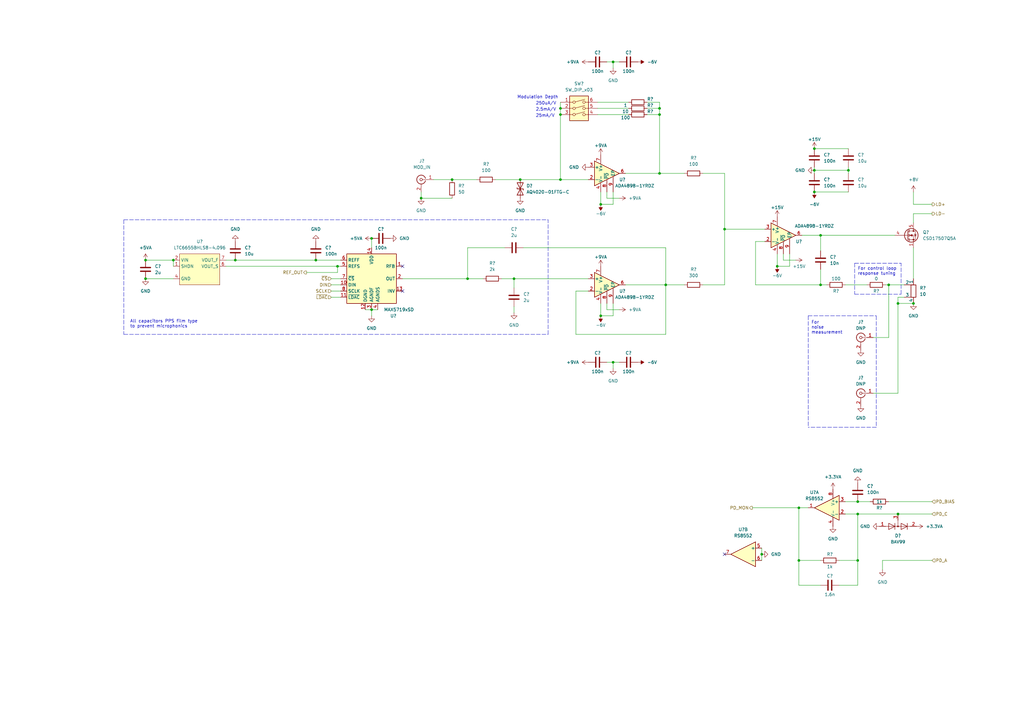
<source format=kicad_sch>
(kicad_sch (version 20211123) (generator eeschema)
  (paper "A3")
  (lib_symbols
    (symbol "Amplifier_Operational:ADA4898-1YRDZ" (pin_names (offset 0.127))
      (property "Reference" "U" (at 3.81 3.81 0))
      (property "Value" "ADA4898-1YRDZ" (at 11.43 -2.54 0))
      (symbol "ADA4898-1YRDZ_1_1"
        (polyline (pts (xy -5.08 5.08) (xy 5.08 0) (xy -5.08 -5.08) (xy -5.08 5.08)) (stroke (width 0.254)) (fill (type background)))
        (pin input line (at -7.62 -2.54 0) (length 2.54) (name "-") (number "2"))
        (pin input line (at -7.62 2.54 0) (length 2.54) (name "+") (number "3"))
        (pin power_in line (at -2.54 -7.62 90) (length 3.81) (name "V-") (number "4"))
        (pin output line (at 7.62 0 180) (length 2.54) (name "~") (number "6"))
        (pin power_in line (at -2.54 7.62 270) (length 3.81) (name "V+") (number "7"))
        (pin input line (at 0 -7.62 90) (length 5.08) (name "~{PD}") (number "8"))
        (pin passive line (at 2.54 -7.62 90) (length 6.35) (name "EP") (number "9"))
      )
    )
    (symbol "Analog_DAC:MAX5719xSD"
      (property "Reference" "U" (at -10.16 11.43 0))
      (property "Value" "MAX5719xSD" (at 1.27 11.43 0))
      (symbol "MAX5719xSD_0_1"
        (rectangle (start -10.16 10.16) (end 10.16 -10.16) (stroke (width 0.254)) (fill (type background)))
      )
      (symbol "MAX5719xSD_1_1"
        (pin passive line (at 12.7 5.08 180) (length 2.54) (name "RFB") (number "1"))
        (pin input line (at -12.7 -2.54 0) (length 2.54) (name "DIN") (number "10"))
        (pin input line (at -12.7 -7.62 0) (length 2.54) (name "~{LDAC}") (number "11"))
        (pin power_in line (at -2.54 -12.7 90) (length 2.54) (name "DGND") (number "12"))
        (pin passive line (at 12.7 -5.08 180) (length 2.54) (name "INV") (number "13"))
        (pin power_in line (at 0 12.7 270) (length 2.54) (name "VDD") (number "14"))
        (pin output line (at 12.7 0 180) (length 2.54) (name "OUT") (number "2"))
        (pin power_in line (at 0 -12.7 90) (length 2.54) (name "AGNDF") (number "3"))
        (pin power_in line (at 2.54 -12.7 90) (length 2.54) (name "AGNDS") (number "4"))
        (pin input line (at -12.7 5.08 0) (length 2.54) (name "REFS") (number "5"))
        (pin input line (at -12.7 7.62 0) (length 2.54) (name "REFF") (number "6"))
        (pin input line (at -12.7 0 0) (length 2.54) (name "~{CS}") (number "7"))
        (pin input line (at -12.7 -5.08 0) (length 2.54) (name "SCLK") (number "8"))
        (pin no_connect line (at 10.16 -7.62 180) (length 2.54) hide (name "NC") (number "9"))
      )
    )
    (symbol "Connector:Conn_Coaxial" (pin_names (offset 1.016) hide)
      (property "Reference" "J" (at 0.254 3.048 0))
      (property "Value" "Conn_Coaxial" (at 2.921 0 90))
      (symbol "Conn_Coaxial_0_1"
        (arc (start -1.778 -0.508) (mid 0.222 -1.808) (end 1.778 0) (stroke (width 0.254)))
        (polyline (pts (xy -2.54 0) (xy -0.508 0)))
        (polyline (pts (xy 0 -2.54) (xy 0 -1.778)))
        (circle (center 0 0) (radius 0.508) (stroke (width 0.2032)))
        (arc (start 1.778 0) (mid 0.2221 1.8083) (end -1.778 0.508) (stroke (width 0.254)))
      )
      (symbol "Conn_Coaxial_1_1"
        (pin passive line (at -5.08 0 0) (length 2.54) (name "In") (number "1"))
        (pin passive line (at 0 -5.08 90) (length 2.54) (name "Ext") (number "2"))
      )
    )
    (symbol "Device:C" (pin_numbers hide) (pin_names (offset 0.254))
      (property "Reference" "C" (at 0.635 2.54 0))
      (property "Value" "C" (at 0.635 -2.54 0))
      (symbol "C_0_1"
        (polyline (pts (xy -2.032 -0.762) (xy 2.032 -0.762)) (stroke (width 0.508)))
        (polyline (pts (xy -2.032 0.762) (xy 2.032 0.762)) (stroke (width 0.508)))
      )
      (symbol "C_1_1"
        (pin passive line (at 0 3.81 270) (length 2.794) (name "~") (number "1"))
        (pin passive line (at 0 -3.81 90) (length 2.794) (name "~") (number "2"))
      )
    )
    (symbol "Device:D_TVS" (pin_numbers hide) (pin_names (offset 1.016) hide)
      (property "Reference" "D" (at 0 2.54 0))
      (property "Value" "D_TVS" (at 0 -2.54 0))
      (symbol "D_TVS_0_1"
        (polyline (pts (xy 1.27 0) (xy -1.27 0)))
        (polyline (pts (xy 0.508 1.27) (xy 0 1.27) (xy 0 -1.27) (xy -0.508 -1.27)) (stroke (width 0.254)))
        (polyline (pts (xy -2.54 1.27) (xy -2.54 -1.27) (xy 2.54 1.27) (xy 2.54 -1.27) (xy -2.54 1.27)) (stroke (width 0.254)))
      )
      (symbol "D_TVS_1_1"
        (pin passive line (at -3.81 0 0) (length 2.54) (name "A1") (number "1"))
        (pin passive line (at 3.81 0 180) (length 2.54) (name "A2") (number "2"))
      )
    )
    (symbol "Device:R" (pin_numbers hide) (pin_names (offset 0))
      (property "Reference" "R" (at 2.032 0 90))
      (property "Value" "R" (at 0 0 90))
      (symbol "R_0_1"
        (rectangle (start -1.016 -2.54) (end 1.016 2.54) (stroke (width 0.254)))
      )
      (symbol "R_1_1"
        (pin passive line (at 0 3.81 270) (length 1.27) (name "~") (number "1"))
        (pin passive line (at 0 -3.81 90) (length 1.27) (name "~") (number "2"))
      )
    )
    (symbol "Device:R_Shunt" (pin_numbers hide) (pin_names (offset 0))
      (property "Reference" "R" (at -4.445 0 90))
      (property "Value" "R_Shunt" (at -2.54 0 90))
      (symbol "R_Shunt_0_1"
        (rectangle (start -1.016 -2.54) (end 1.016 2.54) (stroke (width 0.254)))
        (polyline (pts (xy 0 -2.54) (xy 1.27 -2.54)))
        (polyline (pts (xy 1.27 2.54) (xy 0 2.54)))
      )
      (symbol "R_Shunt_1_1"
        (pin passive line (at 0 5.08 270) (length 2.54) (name "1") (number "1"))
        (pin passive line (at 3.81 2.54 180) (length 2.54) (name "2") (number "2"))
        (pin passive line (at 3.81 -2.54 180) (length 2.54) (name "3") (number "3"))
        (pin passive line (at 0 -5.08 90) (length 2.54) (name "4") (number "4"))
      )
    )
    (symbol "Diode:BAV99" (pin_names hide)
      (property "Reference" "D" (at 0 5.08 0))
      (property "Value" "BAV99" (at 0 2.54 0))
      (symbol "BAV99_0_1"
        (polyline (pts (xy -5.08 0) (xy 5.08 0)))
      )
      (symbol "BAV99_1_1"
        (polyline (pts (xy 0 0) (xy 0 -2.54)))
        (polyline (pts (xy -1.27 -1.27) (xy -1.27 1.27) (xy -1.27 1.27)) (stroke (width 0.2032)))
        (polyline (pts (xy 3.81 1.27) (xy 3.81 -1.27) (xy 3.81 -1.27)) (stroke (width 0.2032)))
        (polyline (pts (xy -3.81 1.27) (xy -1.27 0) (xy -3.81 -1.27) (xy -3.81 1.27) (xy -3.81 1.27) (xy -3.81 1.27)) (stroke (width 0.2032)))
        (polyline (pts (xy 1.27 1.27) (xy 3.81 0) (xy 1.27 -1.27) (xy 1.27 1.27) (xy 1.27 1.27) (xy 1.27 1.27)) (stroke (width 0.2032)))
        (circle (center 0 0) (radius 0.254) (fill (type outline)))
        (pin passive line (at -7.62 0 0) (length 2.54) (name "K") (number "1"))
        (pin passive line (at 7.62 0 180) (length 2.54) (name "A") (number "2"))
        (pin passive line (at 0 -5.08 90) (length 2.54) (name "K") (number "3"))
      )
    )
    (symbol "Switch:SW_DIP_x03" (pin_names (offset 0) hide)
      (property "Reference" "SW" (at 0 8.89 0))
      (property "Value" "SW_DIP_x03" (at 0 -3.81 0))
      (symbol "SW_DIP_x03_0_0"
        (circle (center -2.032 0) (radius 0.508))
        (circle (center -2.032 2.54) (radius 0.508))
        (circle (center -2.032 5.08) (radius 0.508))
        (polyline (pts (xy -1.524 0.127) (xy 2.3622 1.1684)))
        (polyline (pts (xy -1.524 2.667) (xy 2.3622 3.7084)))
        (polyline (pts (xy -1.524 5.207) (xy 2.3622 6.2484)))
        (circle (center 2.032 0) (radius 0.508))
        (circle (center 2.032 2.54) (radius 0.508))
        (circle (center 2.032 5.08) (radius 0.508))
      )
      (symbol "SW_DIP_x03_0_1"
        (rectangle (start -3.81 7.62) (end 3.81 -2.54) (stroke (width 0.254)) (fill (type background)))
      )
      (symbol "SW_DIP_x03_1_1"
        (pin passive line (at -7.62 5.08 0) (length 5.08) (name "~") (number "1"))
        (pin passive line (at -7.62 2.54 0) (length 5.08) (name "~") (number "2"))
        (pin passive line (at -7.62 0 0) (length 5.08) (name "~") (number "3"))
        (pin passive line (at 7.62 0 180) (length 5.08) (name "~") (number "4"))
        (pin passive line (at 7.62 2.54 180) (length 5.08) (name "~") (number "5"))
        (pin passive line (at 7.62 5.08 180) (length 5.08) (name "~") (number "6"))
      )
    )
    (symbol "Transistor_FET:CSD17507Q5A" (pin_names hide)
      (property "Reference" "Q" (at 5.08 1.905 0))
      (property "Value" "CSD17507Q5A" (at 5.08 0 0))
      (symbol "CSD17507Q5A_0_1"
        (polyline (pts (xy 0.254 0) (xy -2.54 0)))
        (polyline (pts (xy 0.254 1.905) (xy 0.254 -1.905)) (stroke (width 0.254)))
        (polyline (pts (xy 0.762 -1.27) (xy 0.762 -2.286)) (stroke (width 0.254)))
        (polyline (pts (xy 0.762 0.508) (xy 0.762 -0.508)) (stroke (width 0.254)))
        (polyline (pts (xy 0.762 2.286) (xy 0.762 1.27)) (stroke (width 0.254)))
        (polyline (pts (xy 2.54 2.54) (xy 2.54 1.778)))
        (polyline (pts (xy 2.54 -2.54) (xy 2.54 0) (xy 0.762 0)))
        (polyline (pts (xy 0.762 -1.778) (xy 3.302 -1.778) (xy 3.302 1.778) (xy 0.762 1.778)))
        (polyline (pts (xy 1.016 0) (xy 2.032 0.381) (xy 2.032 -0.381) (xy 1.016 0)) (fill (type outline)))
        (polyline (pts (xy 2.794 0.508) (xy 2.921 0.381) (xy 3.683 0.381) (xy 3.81 0.254)))
        (polyline (pts (xy 3.302 0.381) (xy 2.921 -0.254) (xy 3.683 -0.254) (xy 3.302 0.381)))
        (circle (center 1.651 0) (radius 2.794) (stroke (width 0.254)))
        (circle (center 2.54 -1.778) (radius 0.254) (fill (type outline)))
        (circle (center 2.54 1.778) (radius 0.254) (fill (type outline)))
      )
      (symbol "CSD17507Q5A_1_1"
        (pin passive line (at 2.54 -5.08 90) (length 2.54) (name "S") (number "1"))
        (pin passive line (at 2.54 -5.08 90) (length 2.54) hide (name "S") (number "2"))
        (pin passive line (at 2.54 -5.08 90) (length 2.54) hide (name "S") (number "3"))
        (pin passive line (at -5.08 0 0) (length 2.54) (name "G") (number "4"))
        (pin passive line (at 2.54 5.08 270) (length 2.54) (name "D") (number "5"))
      )
    )
    (symbol "kirdy:LTC6655"
      (property "Reference" "U" (at 0 -10.16 0))
      (property "Value" "LTC6655" (at 0 -7.62 0))
      (symbol "LTC6655_0_0"
        (pin input line (at -10.16 2.54 0) (length 2.54) (name "SHDN") (number "1"))
        (pin power_in line (at -10.16 5.08 0) (length 2.54) (name "VIN") (number "2"))
        (pin power_in line (at -10.16 -2.54 0) (length 2.54) hide (name "GND") (number "3"))
        (pin power_in line (at -10.16 -2.54 0) (length 2.54) (name "GND") (number "4"))
        (pin power_in line (at -10.16 -2.54 0) (length 2.54) hide (name "GND") (number "5"))
        (pin input line (at 11.43 2.54 180) (length 2.54) (name "VOUT_S") (number "6"))
        (pin output line (at 11.43 5.08 180) (length 2.54) (name "VOUT_F") (number "7"))
        (pin power_in line (at -10.16 -2.54 0) (length 2.54) hide (name "GND") (number "8"))
      )
      (symbol "LTC6655_0_1"
        (rectangle (start -7.62 7.62) (end 8.89 -5.08) (fill (type background)))
      )
    )
    (symbol "kirdy:RS8552" (pin_names (offset 0.127))
      (property "Reference" "U" (at 0 5.08 0))
      (property "Value" "RS8552" (at 0 -5.08 0))
      (symbol "RS8552_1_1"
        (polyline (pts (xy -5.08 5.08) (xy 5.08 0) (xy -5.08 -5.08) (xy -5.08 5.08)) (stroke (width 0.254)) (fill (type background)))
        (pin output line (at 7.62 0 180) (length 2.54) (name "~") (number "1"))
        (pin input line (at -7.62 -2.54 0) (length 2.54) (name "-") (number "2"))
        (pin input line (at -7.62 2.54 0) (length 2.54) (name "+") (number "3"))
      )
      (symbol "RS8552_2_1"
        (polyline (pts (xy -5.08 5.08) (xy 5.08 0) (xy -5.08 -5.08) (xy -5.08 5.08)) (stroke (width 0.254)) (fill (type background)))
        (pin input line (at -7.62 2.54 0) (length 2.54) (name "+") (number "5"))
        (pin input line (at -7.62 -2.54 0) (length 2.54) (name "-") (number "6"))
        (pin output line (at 7.62 0 180) (length 2.54) (name "~") (number "7"))
      )
      (symbol "RS8552_3_1"
        (pin power_in line (at -2.54 -7.62 90) (length 3.81) (name "V-") (number "4"))
        (pin power_in line (at -2.54 7.62 270) (length 3.81) (name "V+") (number "8"))
      )
    )
    (symbol "power:+15V" (power) (pin_names (offset 0))
      (property "Value" "+15V" (at 0 3.556 0))
      (symbol "+15V_0_1"
        (polyline (pts (xy -0.762 1.27) (xy 0 2.54)))
        (polyline (pts (xy 0 0) (xy 0 2.54)))
        (polyline (pts (xy 0 2.54) (xy 0.762 1.27)))
      )
      (symbol "+15V_1_1"
        (pin power_in line (at 0 0 90) (length 0) hide (name "+15V") (number "1"))
      )
    )
    (symbol "power:+3.3VA" (power) (pin_names (offset 0))
      (property "Value" "+3.3VA" (at 0 3.556 0))
      (symbol "+3.3VA_0_1"
        (polyline (pts (xy -0.762 1.27) (xy 0 2.54)))
        (polyline (pts (xy 0 0) (xy 0 2.54)))
        (polyline (pts (xy 0 2.54) (xy 0.762 1.27)))
      )
      (symbol "+3.3VA_1_1"
        (pin power_in line (at 0 0 90) (length 0) hide (name "+3.3VA") (number "1"))
      )
    )
    (symbol "power:+5VA" (power) (pin_names (offset 0))
      (property "Value" "+5VA" (at 0 3.556 0))
      (symbol "+5VA_0_1"
        (polyline (pts (xy -0.762 1.27) (xy 0 2.54)))
        (polyline (pts (xy 0 0) (xy 0 2.54)))
        (polyline (pts (xy 0 2.54) (xy 0.762 1.27)))
      )
      (symbol "+5VA_1_1"
        (pin power_in line (at 0 0 90) (length 0) hide (name "+5VA") (number "1"))
      )
    )
    (symbol "power:+8V" (power) (pin_names (offset 0))
      (property "Value" "+8V" (at 0 3.556 0))
      (symbol "+8V_0_1"
        (polyline (pts (xy -0.762 1.27) (xy 0 2.54)))
        (polyline (pts (xy 0 0) (xy 0 2.54)))
        (polyline (pts (xy 0 2.54) (xy 0.762 1.27)))
      )
      (symbol "+8V_1_1"
        (pin power_in line (at 0 0 90) (length 0) hide (name "+8V") (number "1"))
      )
    )
    (symbol "power:+9VA" (power) (pin_names (offset 0))
      (property "Value" "+9VA" (at 0 3.81 0))
      (symbol "+9VA_0_1"
        (polyline (pts (xy -0.762 1.27) (xy 0 2.54)))
        (polyline (pts (xy 0 0) (xy 0 2.54)))
        (polyline (pts (xy 0 2.54) (xy 0.762 1.27)))
      )
      (symbol "+9VA_1_1"
        (pin power_in line (at 0 0 90) (length 0) hide (name "+9VA") (number "1"))
      )
    )
    (symbol "power:-6V" (power) (pin_names (offset 0))
      (property "Value" "-6V" (at 0 3.81 0))
      (symbol "-6V_0_0"
        (pin power_in line (at 0 0 90) (length 0) hide (name "-6V") (number "1"))
      )
      (symbol "-6V_0_1"
        (polyline (pts (xy 0 0) (xy 0 1.27) (xy 0.762 1.27) (xy 0 2.54) (xy -0.762 1.27) (xy 0 1.27)) (fill (type outline)))
      )
    )
    (symbol "power:GND" (power) (pin_names (offset 0))
      (property "Value" "GND" (at 0 -3.81 0))
      (symbol "GND_0_1"
        (polyline (pts (xy 0 0) (xy 0 -1.27) (xy 1.27 -1.27) (xy 0 -2.54) (xy -1.27 -1.27) (xy 0 -1.27)))
      )
      (symbol "GND_1_1"
        (pin power_in line (at 0 0 270) (length 0) hide (name "GND") (number "1"))
      )
    )
  )
  (junction (at 229.87 46.99))
  (junction (at 270.51 71.12))
  (junction (at 318.77 109.22))
  (junction (at 229.87 44.45))
  (junction (at 334.01 69.85))
  (junction (at 351.79 205.74))
  (junction (at 138.43 109.22))
  (junction (at 152.4 97.79))
  (junction (at 336.55 96.52))
  (junction (at 251.46 25.4))
  (junction (at 213.36 73.66))
  (junction (at 351.79 229.87))
  (junction (at 364.49 116.84))
  (junction (at 251.46 148.59))
  (junction (at 334.01 60.96))
  (junction (at 185.42 73.66))
  (junction (at 246.38 129.54))
  (junction (at 273.05 116.84))
  (junction (at 246.38 83.82))
  (junction (at 129.54 106.68))
  (junction (at 336.55 116.84))
  (junction (at 191.77 114.3))
  (junction (at 327.66 208.28))
  (junction (at 312.42 227.33))
  (junction (at 351.79 210.82))
  (junction (at 210.82 114.3))
  (junction (at 96.52 106.68))
  (junction (at 347.98 69.85))
  (junction (at 71.12 106.68))
  (junction (at 374.65 124.46))
  (junction (at 334.01 78.74))
  (junction (at 270.51 46.99))
  (junction (at 368.3 210.82))
  (junction (at 59.69 114.3))
  (junction (at 327.66 229.87))
  (junction (at 368.3 124.46))
  (junction (at 152.4 127))
  (junction (at 270.51 44.45))
  (junction (at 172.72 81.28))
  (junction (at 59.69 106.68))
  (junction (at 229.87 73.66))
  (junction (at 297.18 93.98))
  (no_connect (at 165.1 119.38))
  (no_connect (at 297.18 227.33))
  (no_connect (at 165.1 109.22))
  (wire (pts (xy 210.82 125.73) (xy 210.82 128.27)))
  (polyline (pts (xy 331.47 129.54) (xy 331.47 175.26)))
  (wire (pts (xy 308.61 208.28) (xy 327.66 208.28)))
  (wire (pts (xy 71.12 106.68) (xy 71.12 109.22)))
  (wire (pts (xy 172.72 81.28) (xy 185.42 81.28)))
  (wire (pts (xy 273.05 116.84) (xy 280.67 116.84)))
  (wire (pts (xy 368.3 210.82) (xy 382.27 210.82)))
  (wire (pts (xy 364.49 116.84) (xy 370.84 116.84)))
  (wire (pts (xy 336.55 96.52) (xy 367.03 96.52)))
  (wire (pts (xy 351.79 229.87) (xy 351.79 210.82)))
  (wire (pts (xy 334.01 69.85) (xy 334.01 71.12)))
  (wire (pts (xy 374.65 91.44) (xy 374.65 87.63)))
  (wire (pts (xy 214.63 101.6) (xy 273.05 101.6)))
  (wire (pts (xy 172.72 81.28) (xy 172.72 78.74)))
  (wire (pts (xy 125.73 111.76) (xy 138.43 111.76)))
  (wire (pts (xy 336.55 96.52) (xy 336.55 102.87)))
  (wire (pts (xy 328.93 96.52) (xy 336.55 96.52)))
  (wire (pts (xy 248.92 127) (xy 254 127)))
  (wire (pts (xy 213.36 73.66) (xy 229.87 73.66)))
  (wire (pts (xy 288.29 116.84) (xy 297.18 116.84)))
  (wire (pts (xy 185.42 73.66) (xy 195.58 73.66)))
  (wire (pts (xy 177.8 73.66) (xy 185.42 73.66)))
  (polyline (pts (xy 350.52 120.65) (xy 369.57 120.65)))
  (wire (pts (xy 135.89 119.38) (xy 139.7 119.38)))
  (wire (pts (xy 270.51 41.91) (xy 270.51 44.45)))
  (wire (pts (xy 270.51 46.99) (xy 270.51 71.12)))
  (wire (pts (xy 203.2 73.66) (xy 213.36 73.66)))
  (wire (pts (xy 358.14 138.43) (xy 364.49 138.43)))
  (wire (pts (xy 361.95 229.87) (xy 382.27 229.87)))
  (wire (pts (xy 368.3 161.29) (xy 358.14 161.29)))
  (wire (pts (xy 321.31 106.68) (xy 326.39 106.68)))
  (polyline (pts (xy 350.52 107.95) (xy 369.57 107.95)))
  (wire (pts (xy 368.3 121.92) (xy 368.3 124.46)))
  (wire (pts (xy 327.66 229.87) (xy 327.66 208.28)))
  (wire (pts (xy 96.52 106.68) (xy 129.54 106.68)))
  (wire (pts (xy 135.89 116.84) (xy 139.7 116.84)))
  (wire (pts (xy 270.51 71.12) (xy 280.67 71.12)))
  (wire (pts (xy 138.43 111.76) (xy 138.43 109.22)))
  (wire (pts (xy 251.46 25.4) (xy 251.46 27.94)))
  (wire (pts (xy 265.43 46.99) (xy 270.51 46.99)))
  (polyline (pts (xy 331.47 129.54) (xy 359.41 129.54)))
  (wire (pts (xy 135.89 114.3) (xy 139.7 114.3)))
  (wire (pts (xy 210.82 114.3) (xy 241.3 114.3)))
  (wire (pts (xy 256.54 116.84) (xy 273.05 116.84)))
  (wire (pts (xy 368.3 124.46) (xy 368.3 161.29)))
  (wire (pts (xy 205.74 114.3) (xy 210.82 114.3)))
  (wire (pts (xy 245.11 46.99) (xy 257.81 46.99)))
  (wire (pts (xy 273.05 137.16) (xy 273.05 116.84)))
  (wire (pts (xy 336.55 240.03) (xy 327.66 240.03)))
  (wire (pts (xy 374.65 87.63) (xy 382.27 87.63)))
  (wire (pts (xy 138.43 109.22) (xy 139.7 109.22)))
  (wire (pts (xy 347.98 69.85) (xy 334.01 69.85)))
  (wire (pts (xy 251.46 25.4) (xy 254 25.4)))
  (wire (pts (xy 92.71 109.22) (xy 138.43 109.22)))
  (wire (pts (xy 236.22 119.38) (xy 236.22 137.16)))
  (wire (pts (xy 251.46 83.82) (xy 251.46 78.74)))
  (wire (pts (xy 246.38 78.74) (xy 246.38 83.82)))
  (wire (pts (xy 251.46 129.54) (xy 251.46 124.46)))
  (wire (pts (xy 191.77 101.6) (xy 191.77 114.3)))
  (wire (pts (xy 207.01 101.6) (xy 191.77 101.6)))
  (polyline (pts (xy 50.8 90.17) (xy 224.79 90.17)))
  (wire (pts (xy 265.43 41.91) (xy 270.51 41.91)))
  (wire (pts (xy 361.95 233.68) (xy 361.95 229.87)))
  (wire (pts (xy 251.46 148.59) (xy 254 148.59)))
  (wire (pts (xy 297.18 93.98) (xy 313.69 93.98)))
  (wire (pts (xy 248.92 78.74) (xy 248.92 81.28)))
  (wire (pts (xy 246.38 83.82) (xy 251.46 83.82)))
  (wire (pts (xy 248.92 148.59) (xy 251.46 148.59)))
  (wire (pts (xy 297.18 71.12) (xy 297.18 93.98)))
  (wire (pts (xy 318.77 109.22) (xy 323.85 109.22)))
  (wire (pts (xy 248.92 25.4) (xy 251.46 25.4)))
  (polyline (pts (xy 369.57 120.65) (xy 369.57 107.95)))
  (wire (pts (xy 368.3 121.92) (xy 370.84 121.92)))
  (wire (pts (xy 344.17 229.87) (xy 351.79 229.87)))
  (wire (pts (xy 92.71 106.68) (xy 96.52 106.68)))
  (wire (pts (xy 364.49 138.43) (xy 364.49 116.84)))
  (wire (pts (xy 236.22 137.16) (xy 273.05 137.16)))
  (wire (pts (xy 346.71 116.84) (xy 355.6 116.84)))
  (wire (pts (xy 248.92 124.46) (xy 248.92 127)))
  (wire (pts (xy 165.1 114.3) (xy 191.77 114.3)))
  (wire (pts (xy 364.49 205.74) (xy 382.27 205.74)))
  (wire (pts (xy 363.22 116.84) (xy 364.49 116.84)))
  (wire (pts (xy 256.54 71.12) (xy 270.51 71.12)))
  (wire (pts (xy 288.29 71.12) (xy 297.18 71.12)))
  (wire (pts (xy 265.43 44.45) (xy 270.51 44.45)))
  (wire (pts (xy 59.69 106.68) (xy 71.12 106.68)))
  (wire (pts (xy 59.69 114.3) (xy 71.12 114.3)))
  (wire (pts (xy 346.71 205.74) (xy 351.79 205.74)))
  (wire (pts (xy 229.87 41.91) (xy 229.87 44.45)))
  (wire (pts (xy 246.38 129.54) (xy 251.46 129.54)))
  (wire (pts (xy 318.77 104.14) (xy 318.77 109.22)))
  (polyline (pts (xy 359.41 175.26) (xy 331.47 175.26)))
  (polyline (pts (xy 50.8 90.17) (xy 50.8 137.16)))
  (wire (pts (xy 309.88 116.84) (xy 309.88 99.06)))
  (wire (pts (xy 327.66 240.03) (xy 327.66 229.87)))
  (wire (pts (xy 152.4 97.79) (xy 152.4 101.6)))
  (wire (pts (xy 321.31 104.14) (xy 321.31 106.68)))
  (wire (pts (xy 327.66 229.87) (xy 336.55 229.87)))
  (polyline (pts (xy 350.52 107.95) (xy 350.52 120.65)))
  (wire (pts (xy 351.79 205.74) (xy 356.87 205.74)))
  (wire (pts (xy 312.42 224.79) (xy 312.42 227.33)))
  (wire (pts (xy 374.65 83.82) (xy 382.27 83.82)))
  (wire (pts (xy 336.55 116.84) (xy 309.88 116.84)))
  (wire (pts (xy 297.18 116.84) (xy 297.18 93.98)))
  (polyline (pts (xy 359.41 129.54) (xy 359.41 175.26)))
  (wire (pts (xy 229.87 44.45) (xy 229.87 46.99)))
  (wire (pts (xy 149.86 127) (xy 152.4 127)))
  (wire (pts (xy 312.42 227.33) (xy 312.42 229.87)))
  (wire (pts (xy 135.89 121.92) (xy 139.7 121.92)))
  (wire (pts (xy 191.77 114.3) (xy 198.12 114.3)))
  (wire (pts (xy 248.92 81.28) (xy 254 81.28)))
  (polyline (pts (xy 50.8 137.16) (xy 224.79 137.16)))
  (wire (pts (xy 129.54 106.68) (xy 139.7 106.68)))
  (wire (pts (xy 344.17 240.03) (xy 351.79 240.03)))
  (wire (pts (xy 246.38 124.46) (xy 246.38 129.54)))
  (wire (pts (xy 346.71 210.82) (xy 351.79 210.82)))
  (wire (pts (xy 351.79 240.03) (xy 351.79 229.87)))
  (wire (pts (xy 229.87 46.99) (xy 229.87 73.66)))
  (wire (pts (xy 245.11 44.45) (xy 257.81 44.45)))
  (wire (pts (xy 327.66 208.28) (xy 331.47 208.28)))
  (wire (pts (xy 347.98 68.58) (xy 347.98 69.85)))
  (wire (pts (xy 374.65 78.74) (xy 374.65 83.82)))
  (wire (pts (xy 152.4 127) (xy 152.4 129.54)))
  (wire (pts (xy 273.05 101.6) (xy 273.05 116.84)))
  (wire (pts (xy 347.98 69.85) (xy 347.98 71.12)))
  (wire (pts (xy 210.82 114.3) (xy 210.82 118.11)))
  (wire (pts (xy 368.3 124.46) (xy 374.65 124.46)))
  (wire (pts (xy 241.3 119.38) (xy 236.22 119.38)))
  (wire (pts (xy 334.01 68.58) (xy 334.01 69.85)))
  (wire (pts (xy 334.01 60.96) (xy 347.98 60.96)))
  (wire (pts (xy 351.79 210.82) (xy 368.3 210.82)))
  (wire (pts (xy 336.55 116.84) (xy 339.09 116.84)))
  (wire (pts (xy 334.01 78.74) (xy 347.98 78.74)))
  (wire (pts (xy 374.65 101.6) (xy 374.65 114.3)))
  (wire (pts (xy 323.85 109.22) (xy 323.85 104.14)))
  (wire (pts (xy 229.87 73.66) (xy 241.3 73.66)))
  (wire (pts (xy 336.55 110.49) (xy 336.55 116.84)))
  (wire (pts (xy 251.46 148.59) (xy 251.46 151.13)))
  (polyline (pts (xy 224.79 137.16) (xy 224.79 90.17)))
  (wire (pts (xy 245.11 41.91) (xy 257.81 41.91)))
  (wire (pts (xy 270.51 44.45) (xy 270.51 46.99)))
  (wire (pts (xy 152.4 127) (xy 154.94 127)))
  (wire (pts (xy 309.88 99.06) (xy 313.69 99.06)))
  (text "250uA/V" (at 219.71 43.18 0) (effects (font (size 1.27 1.27)) (justify left bottom)))
  (text "All capacitors PPS film type\nto prevent microphonics " (at 53.34 134.62 0) (effects (font (size 1.27 1.27)) (justify left bottom)))
  (text "For\nnoise\nmeasurement" (at 332.74 137.16 0) (effects (font (size 1.27 1.27)) (justify left bottom)))
  (text "2.5mA/V" (at 219.71 45.72 0) (effects (font (size 1.27 1.27)) (justify left bottom)))
  (text "For control loop\nresponse tuning" (at 351.79 113.03 0) (effects (font (size 1.27 1.27)) (justify left bottom)))
  (text "25mA/V" (at 219.71 48.26 0) (effects (font (size 1.27 1.27)) (justify left bottom)))
  (text "Modulation Depth" (at 212.09 40.64 0) (effects (font (size 1.27 1.27)) (justify left bottom)))
  (hierarchical_label "~{LDAC}" (shape input) (at 135.89 121.92 180))
  (hierarchical_label "PD_BIAS" (shape input) (at 382.27 205.74 0))
  (hierarchical_label "LD+" (shape output) (at 382.27 83.82 0))
  (hierarchical_label "SCLK" (shape input) (at 135.89 119.38 180))
  (hierarchical_label "REF_OUT" (shape output) (at 125.73 111.76 180))
  (hierarchical_label "PD_MON" (shape output) (at 308.61 208.28 180))
  (hierarchical_label "PD_C" (shape input) (at 382.27 210.82 0))
  (hierarchical_label "PD_A" (shape input) (at 382.27 229.87 0))
  (hierarchical_label "DIN" (shape input) (at 135.89 116.84 180))
  (hierarchical_label "LD-" (shape output) (at 382.27 87.63 0))
  (hierarchical_label "~{CS}" (shape input) (at 135.89 114.3 180))
  (symbol (lib_id "Device:R") (at 261.62 46.99 90) (unit 1)
    (property "Reference" "R?" (at 266.7 45.72 90))
    (property "Value" "100" (at 256.54 48.26 90))
  )
  (symbol (lib_id "Device:C") (at 351.79 201.93 0) (unit 1)
    (property "Reference" "C?" (at 355.6 199.39 0) (effects (justify left)))
    (property "Value" "100n" (at 355.6 201.93 0) (effects (justify left)))
  )
  (symbol (lib_id "Diode:BAV99") (at 368.3 215.9 0) (mirror x) (unit 1)
    (property "Reference" "D?" (at 368.3 219.71 0))
    (property "Value" "BAV99" (at 368.3 222.25 0))
    (property "Footprint" "Package_TO_SOT_SMD:SOT-23" (effects hide))
    (property "Datasheet" "https://assets.nexperia.com/documents/data-sheet/BAV99_SER.pdf" (effects hide))
  )
  (symbol (lib_id "power:GND") (at 360.68 215.9 270) (unit 1)
    (property "Reference" "#PWR?" (effects hide))
    (property "Value" "GND" (at 356.87 215.8999 90) (effects (justify right)))
  )
  (symbol (lib_id "Connector:Conn_Coaxial") (at 353.06 161.29 0) (mirror y) (unit 1)
    (property "Reference" "J?" (at 353.06 154.94 0))
    (property "Value" "DNP" (at 353.06 157.48 0))
    (property "Datasheet" " ~" (effects hide))
  )
  (symbol (lib_id "power:-6V") (at 261.62 25.4 270) (unit 1)
    (property "Reference" "#PWR?" (effects hide))
    (property "Value" "-6V" (at 265.43 25.3999 90) (effects (justify left)))
  )
  (symbol (lib_id "Device:C") (at 210.82 101.6 90) (unit 1)
    (property "Reference" "C?" (at 210.82 93.98 90))
    (property "Value" "2u" (at 210.82 96.52 90))
  )
  (symbol (lib_id "power:+15V") (at 334.01 60.96 0) (unit 1)
    (property "Reference" "#PWR?" (effects hide))
    (property "Value" "+15V" (at 334.01 57.15 0))
  )
  (symbol (lib_id "Device:R") (at 359.41 116.84 90) (unit 1)
    (property "Reference" "R?" (at 359.41 119.38 90))
    (property "Value" "0" (at 359.41 114.3 90))
  )
  (symbol (lib_id "power:-6V") (at 261.62 148.59 270) (unit 1)
    (property "Reference" "#PWR?" (effects hide))
    (property "Value" "-6V" (at 265.43 148.5899 90) (effects (justify left)))
  )
  (symbol (lib_id "Device:C") (at 257.81 25.4 90) (unit 1)
    (property "Reference" "C?" (at 257.81 21.59 90))
    (property "Value" "100n" (at 257.81 29.21 90))
  )
  (symbol (lib_id "power:GND") (at 351.79 198.12 180) (unit 1)
    (property "Reference" "#PWR?" (effects hide))
    (property "Value" "GND" (at 351.79 193.04 0))
  )
  (symbol (lib_id "power:+5VA") (at 59.69 106.68 0) (unit 1)
    (property "Reference" "#PWR?" (effects hide))
    (property "Value" "+5VA" (at 59.69 101.6 0))
  )
  (symbol (lib_id "Device:C") (at 347.98 74.93 0) (unit 1)
    (property "Reference" "C?" (at 351.79 73.6599 0) (effects (justify left)))
    (property "Value" "10u" (at 351.79 76.1999 0) (effects (justify left)))
  )
  (symbol (lib_id "Device:C") (at 96.52 102.87 0) (unit 1)
    (property "Reference" "C?" (at 100.33 101.5999 0) (effects (justify left)))
    (property "Value" "10u" (at 100.33 104.1399 0) (effects (justify left)))
  )
  (symbol (lib_id "Device:R") (at 342.9 116.84 90) (unit 1)
    (property "Reference" "R?" (at 342.9 119.38 90))
    (property "Value" "100" (at 342.9 114.3 90))
  )
  (symbol (lib_id "power:GND") (at 152.4 129.54 0) (unit 1)
    (property "Reference" "#PWR?" (effects hide))
    (property "Value" "GND" (at 152.4 134.62 0))
  )
  (symbol (lib_id "Amplifier_Operational:ADA4898-1YRDZ") (at 321.31 96.52 0) (unit 1)
    (property "Reference" "U?" (at 327.66 99.06 0))
    (property "Value" "ADA4898-1YRDZ" (at 334.01 92.71 0))
    (property "Footprint" "Package_SO:SOIC-8-1EP_3.9x4.9mm_P1.27mm_EP2.29x3mm" (effects hide))
    (property "Datasheet" "https://www.analog.com/media/en/technical-documentation/data-sheets/ada4898-1_4898-2.pdf" (effects hide))
  )
  (symbol (lib_id "Device:C") (at 336.55 106.68 0) (unit 1)
    (property "Reference" "C?" (at 340.36 105.4099 0) (effects (justify left)))
    (property "Value" "10n" (at 340.36 107.9499 0) (effects (justify left)))
  )
  (symbol (lib_id "Device:R") (at 284.48 116.84 90) (unit 1)
    (property "Reference" "R?" (at 284.48 110.49 90))
    (property "Value" "300" (at 284.48 113.03 90))
  )
  (symbol (lib_id "power:GND") (at 160.02 97.79 90) (unit 1)
    (property "Reference" "#PWR?" (effects hide))
    (property "Value" "GND" (at 163.83 97.7899 90) (effects (justify right)))
  )
  (symbol (lib_id "power:GND") (at 59.69 114.3 0) (unit 1)
    (property "Reference" "#PWR?" (effects hide))
    (property "Value" "GND" (at 59.69 119.38 0))
  )
  (symbol (lib_id "kirdy:RS8552") (at 304.8 227.33 0) (mirror y) (unit 2)
    (property "Reference" "U?" (at 304.8 217.17 0))
    (property "Value" "RS8552" (at 304.8 219.71 0))
    (property "Footprint" "Package_SO:SOIC-8_3.9x4.9mm_P1.27mm" (effects hide))
    (property "Datasheet" "https://datasheet.lcsc.com/lcsc/2010160333_Jiangsu-RUNIC-Tech-RS8554XP_C236997.pdf" (effects hide))
  )
  (symbol (lib_id "kirdy:RS8552") (at 339.09 208.28 0) (mirror y) (unit 1)
    (property "Reference" "U?" (at 334.01 201.93 0))
    (property "Value" "RS8552" (at 334.01 204.47 0))
    (property "Footprint" "Package_SO:SOIC-8_3.9x4.9mm_P1.27mm" (effects hide))
    (property "Datasheet" "https://datasheet.lcsc.com/lcsc/2010160333_Jiangsu-RUNIC-Tech-RS8554XP_C236997.pdf" (effects hide))
  )
  (symbol (lib_id "power:GND") (at 96.52 99.06 180) (unit 1)
    (property "Reference" "#PWR?" (effects hide))
    (property "Value" "GND" (at 96.52 93.98 0))
  )
  (symbol (lib_id "Device:C") (at 340.36 240.03 90) (unit 1)
    (property "Reference" "C?" (at 340.36 236.22 90))
    (property "Value" "1.6n" (at 340.36 243.84 90))
  )
  (symbol (lib_id "Device:R") (at 360.68 205.74 90) (unit 1)
    (property "Reference" "R?" (at 360.68 208.28 90))
    (property "Value" "1k" (at 360.68 205.74 90))
  )
  (symbol (lib_id "Switch:SW_DIP_x03") (at 237.49 46.99 0) (unit 1)
    (property "Reference" "SW?" (at 237.49 34.29 0))
    (property "Value" "SW_DIP_x03" (at 237.49 36.83 0))
  )
  (symbol (lib_id "Amplifier_Operational:ADA4898-1YRDZ") (at 248.92 116.84 0) (unit 1)
    (property "Reference" "U?" (at 255.27 119.38 0))
    (property "Value" "ADA4898-1YRDZ" (at 260.35 121.92 0))
    (property "Footprint" "Package_SO:SOIC-8-1EP_3.9x4.9mm_P1.27mm_EP2.29x3mm" (effects hide))
    (property "Datasheet" "https://www.analog.com/media/en/technical-documentation/data-sheets/ada4898-1_4898-2.pdf" (effects hide))
  )
  (symbol (lib_id "power:GND") (at 341.63 215.9 0) (unit 1)
    (property "Reference" "#PWR?" (effects hide))
    (property "Value" "GND" (at 341.63 220.98 0))
  )
  (symbol (lib_id "power:GND") (at 334.01 69.85 270) (unit 1)
    (property "Reference" "#PWR?" (effects hide))
    (property "Value" "GND" (at 330.2 69.8499 90) (effects (justify right)))
  )
  (symbol (lib_id "power:GND") (at 353.06 166.37 0) (unit 1)
    (property "Reference" "#PWR?" (effects hide))
    (property "Value" "GND" (at 353.06 171.45 0))
  )
  (symbol (lib_id "Device:C") (at 334.01 74.93 0) (unit 1)
    (property "Reference" "C?" (at 337.82 73.6599 0) (effects (justify left)))
    (property "Value" "100n" (at 337.82 76.1999 0) (effects (justify left)))
  )
  (symbol (lib_id "power:GND") (at 210.82 128.27 0) (unit 1)
    (property "Reference" "#PWR?" (effects hide))
    (property "Value" "GND" (at 210.82 133.35 0))
  )
  (symbol (lib_id "Device:R") (at 201.93 114.3 90) (unit 1)
    (property "Reference" "R?" (at 201.93 107.95 90))
    (property "Value" "2k" (at 201.93 110.49 90))
  )
  (symbol (lib_id "Device:C") (at 257.81 148.59 90) (unit 1)
    (property "Reference" "C?" (at 257.81 144.78 90))
    (property "Value" "100n" (at 257.81 152.4 90))
  )
  (symbol (lib_id "power:+9VA") (at 254 81.28 270) (unit 1)
    (property "Reference" "#PWR?" (effects hide))
    (property "Value" "+9VA" (at 257.81 81.2799 90) (effects (justify left)))
  )
  (symbol (lib_id "Device:R_Shunt") (at 374.65 119.38 0) (mirror y) (unit 1)
    (property "Reference" "R?" (at 377.19 118.1099 0) (effects (justify right)))
    (property "Value" "10" (at 377.19 120.6499 0) (effects (justify right)))
  )
  (symbol (lib_id "kirdy:RS8552") (at 339.09 208.28 0) (mirror y) (unit 3)
    (property "Reference" "U?" (effects hide))
    (property "Value" "RS8552" (effects hide))
    (property "Footprint" "Package_SO:SOIC-8_3.9x4.9mm_P1.27mm" (effects hide))
    (property "Datasheet" "https://datasheet.lcsc.com/lcsc/2010160333_Jiangsu-RUNIC-Tech-RS8554XP_C236997.pdf" (effects hide))
  )
  (symbol (lib_id "power:-6V") (at 246.38 129.54 180) (unit 1)
    (property "Reference" "#PWR?" (effects hide))
    (property "Value" "-6V" (at 246.38 133.35 0))
  )
  (symbol (lib_id "power:GND") (at 241.3 68.58 270) (unit 1)
    (property "Reference" "#PWR?" (effects hide))
    (property "Value" "GND" (at 237.49 68.5799 90) (effects (justify right)))
  )
  (symbol (lib_id "power:+15V") (at 326.39 106.68 270) (unit 1)
    (property "Reference" "#PWR?" (effects hide))
    (property "Value" "+15V" (at 325.12 109.22 90) (effects (justify left)))
  )
  (symbol (lib_id "power:GND") (at 312.42 227.33 90) (unit 1)
    (property "Reference" "#PWR?" (effects hide))
    (property "Value" "GND" (at 316.23 227.3299 90) (effects (justify right)))
  )
  (symbol (lib_id "Device:C") (at 347.98 64.77 0) (unit 1)
    (property "Reference" "C?" (at 351.79 63.4999 0) (effects (justify left)))
    (property "Value" "10u" (at 351.79 66.0399 0) (effects (justify left)))
  )
  (symbol (lib_id "power:+9VA") (at 241.3 25.4 90) (unit 1)
    (property "Reference" "#PWR?" (effects hide))
    (property "Value" "+9VA" (at 237.49 25.3999 90) (effects (justify left)))
  )
  (symbol (lib_id "power:+3.3VA") (at 341.63 200.66 0) (unit 1)
    (property "Reference" "#PWR?" (effects hide))
    (property "Value" "+3.3VA" (at 341.63 195.58 0))
  )
  (symbol (lib_id "power:GND") (at 361.95 233.68 0) (unit 1)
    (property "Reference" "#PWR?" (effects hide))
    (property "Value" "GND" (at 361.95 238.76 0))
  )
  (symbol (lib_id "Device:R") (at 284.48 71.12 90) (unit 1)
    (property "Reference" "R?" (at 284.48 64.77 90))
    (property "Value" "100" (at 284.48 67.31 90))
  )
  (symbol (lib_id "power:+9VA") (at 241.3 148.59 90) (unit 1)
    (property "Reference" "#PWR?" (effects hide))
    (property "Value" "+9VA" (at 237.49 148.5899 90) (effects (justify left)))
  )
  (symbol (lib_id "Device:R") (at 185.42 77.47 0) (unit 1)
    (property "Reference" "R?" (at 187.96 76.1999 0) (effects (justify left)))
    (property "Value" "50" (at 187.96 78.7399 0) (effects (justify left)))
  )
  (symbol (lib_id "power:GND") (at 213.36 81.28 0) (unit 1)
    (property "Reference" "#PWR?" (effects hide))
    (property "Value" "GND" (at 213.36 86.36 0))
  )
  (symbol (lib_id "Device:R") (at 199.39 73.66 90) (unit 1)
    (property "Reference" "R?" (at 199.39 67.31 90))
    (property "Value" "100" (at 199.39 69.85 90))
  )
  (symbol (lib_id "power:+9VA") (at 254 127 270) (unit 1)
    (property "Reference" "#PWR?" (effects hide))
    (property "Value" "+9VA" (at 257.81 126.9999 90) (effects (justify left)))
  )
  (symbol (lib_id "power:GND") (at 374.65 124.46 0) (unit 1)
    (property "Reference" "#PWR?" (effects hide))
    (property "Value" "GND" (at 374.65 129.54 0))
  )
  (symbol (lib_id "power:+3.3VA") (at 375.92 215.9 270) (unit 1)
    (property "Reference" "#PWR?" (effects hide))
    (property "Value" "+3.3VA" (at 379.73 215.8999 90) (effects (justify left)))
  )
  (symbol (lib_id "Device:R") (at 261.62 41.91 90) (unit 1)
    (property "Reference" "R?" (at 266.7 40.64 90))
    (property "Value" "1" (at 256.54 43.18 90))
  )
  (symbol (lib_id "Device:C") (at 59.69 110.49 0) (unit 1)
    (property "Reference" "C?" (at 63.5 109.2199 0) (effects (justify left)))
    (property "Value" "2u" (at 63.5 111.7599 0) (effects (justify left)))
  )
  (symbol (lib_id "power:+8V") (at 374.65 78.74 0) (unit 1)
    (property "Reference" "#PWR?" (effects hide))
    (property "Value" "+8V" (at 374.65 73.66 0))
  )
  (symbol (lib_id "power:GND") (at 251.46 151.13 0) (unit 1)
    (property "Reference" "#PWR?" (effects hide))
    (property "Value" "GND" (at 251.46 156.21 0))
  )
  (symbol (lib_id "Amplifier_Operational:ADA4898-1YRDZ") (at 248.92 71.12 0) (unit 1)
    (property "Reference" "U?" (at 255.27 73.66 0))
    (property "Value" "ADA4898-1YRDZ" (at 260.35 76.2 0))
    (property "Footprint" "Package_SO:SOIC-8-1EP_3.9x4.9mm_P1.27mm_EP2.29x3mm" (effects hide))
    (property "Datasheet" "https://www.analog.com/media/en/technical-documentation/data-sheets/ada4898-1_4898-2.pdf" (effects hide))
  )
  (symbol (lib_id "power:-6V") (at 246.38 83.82 180) (unit 1)
    (property "Reference" "#PWR?" (effects hide))
    (property "Value" "-6V" (at 246.38 87.63 0))
  )
  (symbol (lib_id "power:GND") (at 251.46 27.94 0) (unit 1)
    (property "Reference" "#PWR?" (effects hide))
    (property "Value" "GND" (at 251.46 33.02 0))
  )
  (symbol (lib_id "power:GND") (at 129.54 99.06 180) (unit 1)
    (property "Reference" "#PWR?" (effects hide))
    (property "Value" "GND" (at 129.54 93.98 0))
  )
  (symbol (lib_id "power:GND") (at 172.72 81.28 0) (unit 1)
    (property "Reference" "#PWR?" (effects hide))
    (property "Value" "GND" (at 172.72 86.36 0))
  )
  (symbol (lib_id "Device:C") (at 334.01 64.77 0) (unit 1)
    (property "Reference" "C?" (at 337.82 63.4999 0) (effects (justify left)))
    (property "Value" "100n" (at 337.82 66.0399 0) (effects (justify left)))
  )
  (symbol (lib_id "Device:C") (at 245.11 25.4 90) (unit 1)
    (property "Reference" "C?" (at 245.11 21.59 90))
    (property "Value" "100n" (at 245.11 29.21 90))
  )
  (symbol (lib_id "Transistor_FET:CSD17507Q5A") (at 372.11 96.52 0) (unit 1)
    (property "Reference" "Q?" (at 378.46 95.2499 0) (effects (justify left)))
    (property "Value" "CSD17507Q5A" (at 378.46 97.7899 0) (effects (justify left)))
    (property "Footprint" "Package_TO_SOT_SMD:TDSON-8-1" (effects hide))
    (property "Datasheet" "http://www.ti.com/lit/gpn/csd17507q5a" (effects hide))
  )
  (symbol (lib_id "power:-6V") (at 318.77 109.22 180) (unit 1)
    (property "Reference" "#PWR?" (effects hide))
    (property "Value" "-6V" (at 318.77 113.03 0))
  )
  (symbol (lib_id "Connector:Conn_Coaxial") (at 353.06 138.43 0) (mirror y) (unit 1)
    (property "Reference" "J?" (at 353.06 132.08 0))
    (property "Value" "DNP" (at 353.06 134.62 0))
    (property "Datasheet" " ~" (effects hide))
  )
  (symbol (lib_id "Device:R") (at 340.36 229.87 90) (unit 1)
    (property "Reference" "R?" (at 340.36 227.33 90))
    (property "Value" "1k" (at 340.36 232.41 90))
  )
  (symbol (lib_id "Device:C") (at 245.11 148.59 90) (unit 1)
    (property "Reference" "C?" (at 245.11 144.78 90))
    (property "Value" "100n" (at 245.11 152.4 90))
  )
  (symbol (lib_id "Device:R") (at 261.62 44.45 90) (unit 1)
    (property "Reference" "R?" (at 266.7 43.18 90))
    (property "Value" "10" (at 256.54 45.72 90))
  )
  (symbol (lib_id "power:-6V") (at 334.01 78.74 180) (unit 1)
    (property "Reference" "#PWR?" (effects hide))
    (property "Value" "-6V" (at 334.01 83.82 0))
  )
  (symbol (lib_id "Device:D_TVS") (at 213.36 77.47 90) (unit 1)
    (property "Reference" "D?" (at 215.9 76.1999 90) (effects (justify right)))
    (property "Value" "AQ4020-01FTG-C" (at 215.9 78.7399 90) (effects (justify right)))
    (property "Datasheet" "https://www.mouser.hk/datasheet/2/240/Littelfuse_tvs_diode_array_AQ4020_datasheet_pdf-1372610.pdf" (effects hide))
  )
  (symbol (lib_id "power:+9VA") (at 246.38 109.22 0) (unit 1)
    (property "Reference" "#PWR?" (effects hide))
    (property "Value" "+9VA" (at 246.38 105.41 0))
  )
  (symbol (lib_id "Device:C") (at 156.21 97.79 90) (unit 1)
    (property "Reference" "C?" (at 156.21 93.98 90))
    (property "Value" "100n" (at 156.21 101.6 90))
  )
  (symbol (lib_id "power:+9VA") (at 246.38 63.5 0) (unit 1)
    (property "Reference" "#PWR?" (effects hide))
    (property "Value" "+9VA" (at 246.38 59.69 0))
  )
  (symbol (lib_id "Device:C") (at 210.82 121.92 0) (unit 1)
    (property "Reference" "C?" (at 214.63 120.6499 0) (effects (justify left)))
    (property "Value" "2u" (at 214.63 123.1899 0) (effects (justify left)))
  )
  (symbol (lib_id "kirdy:LTC6655") (at 81.28 111.76 0) (unit 1)
    (property "Reference" "U?" (at 81.915 99.06 0))
    (property "Value" "LTC6655BHLS8-4.096" (at 81.915 101.6 0))
    (property "Footprint" "kirdy:LCC127P500X500X155-8N" (effects hide))
    (property "Datasheet" "https://www.analog.com/media/en/technical-documentation/data-sheets/ltc6655-6655ln.pdf" (effects hide))
  )
  (symbol (lib_id "power:GND") (at 353.06 143.51 0) (unit 1)
    (property "Reference" "#PWR?" (effects hide))
    (property "Value" "GND" (at 353.06 148.59 0))
  )
  (symbol (lib_id "Analog_DAC:MAX5719xSD") (at 152.4 114.3 0) (unit 1)
    (property "Reference" "U?" (at 160.02 129.54 0) (effects (justify left)))
    (property "Value" "MAX5719xSD" (at 157.48 127 0) (effects (justify left)))
    (property "Footprint" "Package_SO:SOIC-14_3.9x8.7mm_P1.27mm" (effects hide))
    (property "Datasheet" "https://datasheets.maximintegrated.com/en/ds/MAX5717-MAX5719.pdf" (effects hide))
  )
  (symbol (lib_id "power:+15V") (at 318.77 88.9 0) (unit 1)
    (property "Reference" "#PWR?" (effects hide))
    (property "Value" "+15V" (at 318.77 85.09 0))
  )
  (symbol (lib_id "Device:C") (at 129.54 102.87 0) (unit 1)
    (property "Reference" "C?" (at 133.35 101.5999 0) (effects (justify left)))
    (property "Value" "100n" (at 133.35 104.1399 0) (effects (justify left)))
  )
  (symbol (lib_id "power:+5VA") (at 152.4 97.79 90) (unit 1)
    (property "Reference" "#PWR?" (effects hide))
    (property "Value" "+5VA" (at 143.51 97.79 90) (effects (justify right)))
  )
  (symbol (lib_id "Connector:Conn_Coaxial") (at 172.72 73.66 0) (mirror y) (unit 1)
    (property "Reference" "J?" (at 173.0374 66.04 0))
    (property "Value" "MOD_IN" (at 173.0374 68.58 0))
    (property "Datasheet" " ~" (effects hide))
  )
)
</source>
